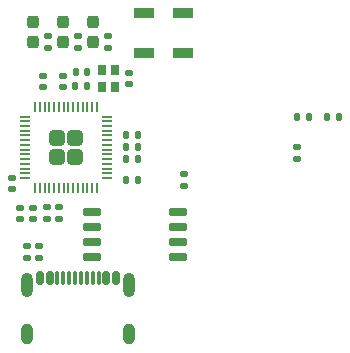
<source format=gbr>
%TF.GenerationSoftware,KiCad,Pcbnew,7.0.11*%
%TF.CreationDate,2025-01-11T04:22:47+09:00*%
%TF.ProjectId,PSU,5053552e-6b69-4636-9164-5f7063625858,rev?*%
%TF.SameCoordinates,Original*%
%TF.FileFunction,Paste,Top*%
%TF.FilePolarity,Positive*%
%FSLAX46Y46*%
G04 Gerber Fmt 4.6, Leading zero omitted, Abs format (unit mm)*
G04 Created by KiCad (PCBNEW 7.0.11) date 2025-01-11 04:22:47*
%MOMM*%
%LPD*%
G01*
G04 APERTURE LIST*
G04 Aperture macros list*
%AMRoundRect*
0 Rectangle with rounded corners*
0 $1 Rounding radius*
0 $2 $3 $4 $5 $6 $7 $8 $9 X,Y pos of 4 corners*
0 Add a 4 corners polygon primitive as box body*
4,1,4,$2,$3,$4,$5,$6,$7,$8,$9,$2,$3,0*
0 Add four circle primitives for the rounded corners*
1,1,$1+$1,$2,$3*
1,1,$1+$1,$4,$5*
1,1,$1+$1,$6,$7*
1,1,$1+$1,$8,$9*
0 Add four rect primitives between the rounded corners*
20,1,$1+$1,$2,$3,$4,$5,0*
20,1,$1+$1,$4,$5,$6,$7,0*
20,1,$1+$1,$6,$7,$8,$9,0*
20,1,$1+$1,$8,$9,$2,$3,0*%
G04 Aperture macros list end*
%ADD10RoundRect,0.150000X-0.150000X-0.425000X0.150000X-0.425000X0.150000X0.425000X-0.150000X0.425000X0*%
%ADD11RoundRect,0.075000X-0.075000X-0.500000X0.075000X-0.500000X0.075000X0.500000X-0.075000X0.500000X0*%
%ADD12O,1.000000X2.100000*%
%ADD13O,1.000000X1.800000*%
%ADD14R,1.700000X0.900000*%
%ADD15R,0.800000X0.900000*%
%ADD16RoundRect,0.140000X-0.170000X0.140000X-0.170000X-0.140000X0.170000X-0.140000X0.170000X0.140000X0*%
%ADD17RoundRect,0.140000X0.140000X0.170000X-0.140000X0.170000X-0.140000X-0.170000X0.140000X-0.170000X0*%
%ADD18RoundRect,0.135000X0.185000X-0.135000X0.185000X0.135000X-0.185000X0.135000X-0.185000X-0.135000X0*%
%ADD19RoundRect,0.135000X-0.135000X-0.185000X0.135000X-0.185000X0.135000X0.185000X-0.135000X0.185000X0*%
%ADD20RoundRect,0.140000X0.170000X-0.140000X0.170000X0.140000X-0.170000X0.140000X-0.170000X-0.140000X0*%
%ADD21RoundRect,0.150000X0.650000X0.150000X-0.650000X0.150000X-0.650000X-0.150000X0.650000X-0.150000X0*%
%ADD22RoundRect,0.237500X-0.237500X0.287500X-0.237500X-0.287500X0.237500X-0.287500X0.237500X0.287500X0*%
%ADD23RoundRect,0.135000X0.135000X0.185000X-0.135000X0.185000X-0.135000X-0.185000X0.135000X-0.185000X0*%
%ADD24RoundRect,0.140000X-0.140000X-0.170000X0.140000X-0.170000X0.140000X0.170000X-0.140000X0.170000X0*%
%ADD25RoundRect,0.135000X-0.185000X0.135000X-0.185000X-0.135000X0.185000X-0.135000X0.185000X0.135000X0*%
%ADD26RoundRect,0.249999X0.395001X0.395001X-0.395001X0.395001X-0.395001X-0.395001X0.395001X-0.395001X0*%
%ADD27RoundRect,0.050000X0.387500X0.050000X-0.387500X0.050000X-0.387500X-0.050000X0.387500X-0.050000X0*%
%ADD28RoundRect,0.050000X0.050000X0.387500X-0.050000X0.387500X-0.050000X-0.387500X0.050000X-0.387500X0*%
G04 APERTURE END LIST*
D10*
%TO.C,J1*%
X139296000Y-112652000D03*
X140096000Y-112652000D03*
D11*
X141246000Y-112652000D03*
X142246000Y-112652000D03*
X142746000Y-112652000D03*
X143746000Y-112652000D03*
D10*
X144896000Y-112652000D03*
X145696000Y-112652000D03*
X145696000Y-112652000D03*
X144896000Y-112652000D03*
D11*
X144246000Y-112652000D03*
X143246000Y-112652000D03*
X141746000Y-112652000D03*
X140746000Y-112652000D03*
D10*
X140096000Y-112652000D03*
X139296000Y-112652000D03*
D12*
X138176000Y-113227000D03*
D13*
X138176000Y-117407000D03*
D12*
X146816000Y-113227000D03*
D13*
X146816000Y-117407000D03*
%TD*%
D14*
%TO.C,SW2*%
X151384000Y-93648000D03*
X151384000Y-90248000D03*
%TD*%
%TO.C,SW1*%
X148082000Y-93648000D03*
X148082000Y-90248000D03*
%TD*%
D15*
%TO.C,Y1*%
X144484000Y-95058000D03*
X144484000Y-96458000D03*
X145584000Y-96458000D03*
X145584000Y-95058000D03*
%TD*%
D16*
%TO.C,C2*%
X139520000Y-95530000D03*
X139520000Y-96490000D03*
%TD*%
D17*
%TO.C,C8*%
X147548000Y-104410000D03*
X146588000Y-104410000D03*
%TD*%
D18*
%TO.C,R12*%
X139826000Y-107696000D03*
X139826000Y-106676000D03*
%TD*%
D19*
%TO.C,R2*%
X142238000Y-96401500D03*
X143258000Y-96401500D03*
%TD*%
D18*
%TO.C,R16*%
X161036000Y-102618000D03*
X161036000Y-101598000D03*
%TD*%
D20*
%TO.C,C7*%
X136906000Y-105156000D03*
X136906000Y-104196000D03*
%TD*%
D16*
%TO.C,C11*%
X137581778Y-106708974D03*
X137581778Y-107668974D03*
%TD*%
%TO.C,C9*%
X141224000Y-95532000D03*
X141224000Y-96492000D03*
%TD*%
D20*
%TO.C,C4*%
X146812000Y-96238000D03*
X146812000Y-95278000D03*
%TD*%
D18*
%TO.C,R10*%
X139192000Y-111000000D03*
X139192000Y-109980000D03*
%TD*%
D17*
%TO.C,C6*%
X147546000Y-100584000D03*
X146586000Y-100584000D03*
%TD*%
D21*
%TO.C,U1*%
X150920000Y-110871000D03*
X150920000Y-109601000D03*
X150920000Y-108331000D03*
X150920000Y-107061000D03*
X143720000Y-107061000D03*
X143720000Y-108331000D03*
X143720000Y-109601000D03*
X143720000Y-110871000D03*
%TD*%
D18*
%TO.C,R4*%
X142494000Y-93218000D03*
X142494000Y-92198000D03*
%TD*%
D22*
%TO.C,D2*%
X141224000Y-90958000D03*
X141224000Y-92708000D03*
%TD*%
D18*
%TO.C,R13*%
X140843000Y-107698000D03*
X140843000Y-106678000D03*
%TD*%
%TO.C,R5*%
X139954000Y-93218000D03*
X139954000Y-92198000D03*
%TD*%
%TO.C,R11*%
X138176000Y-111000000D03*
X138176000Y-109980000D03*
%TD*%
D22*
%TO.C,D1*%
X143764000Y-90958000D03*
X143764000Y-92708000D03*
%TD*%
D19*
%TO.C,R9*%
X146558000Y-102616000D03*
X147578000Y-102616000D03*
%TD*%
D23*
%TO.C,R15*%
X162056000Y-99060000D03*
X161036000Y-99060000D03*
%TD*%
D24*
%TO.C,C5*%
X142296000Y-95250000D03*
X143256000Y-95250000D03*
%TD*%
D25*
%TO.C,R1*%
X151470000Y-104860000D03*
X151470000Y-103840000D03*
%TD*%
D22*
%TO.C,D3*%
X138684000Y-90958000D03*
X138684000Y-92708000D03*
%TD*%
D19*
%TO.C,R14*%
X163574000Y-99060000D03*
X164594000Y-99060000D03*
%TD*%
D26*
%TO.C,U2*%
X142278000Y-102400000D03*
X142278000Y-100800000D03*
X140678000Y-102400000D03*
X140678000Y-100800000D03*
D27*
X144915500Y-104200000D03*
X144915500Y-103800000D03*
X144915500Y-103400000D03*
X144915500Y-103000000D03*
X144915500Y-102600000D03*
X144915500Y-102200000D03*
X144915500Y-101800000D03*
X144915500Y-101400000D03*
X144915500Y-101000000D03*
X144915500Y-100600000D03*
X144915500Y-100200000D03*
X144915500Y-99800000D03*
X144915500Y-99400000D03*
X144915500Y-99000000D03*
D28*
X144078000Y-98162500D03*
X143678000Y-98162500D03*
X143278000Y-98162500D03*
X142878000Y-98162500D03*
X142478000Y-98162500D03*
X142078000Y-98162500D03*
X141678000Y-98162500D03*
X141278000Y-98162500D03*
X140878000Y-98162500D03*
X140478000Y-98162500D03*
X140078000Y-98162500D03*
X139678000Y-98162500D03*
X139278000Y-98162500D03*
X138878000Y-98162500D03*
D27*
X138040500Y-99000000D03*
X138040500Y-99400000D03*
X138040500Y-99800000D03*
X138040500Y-100200000D03*
X138040500Y-100600000D03*
X138040500Y-101000000D03*
X138040500Y-101400000D03*
X138040500Y-101800000D03*
X138040500Y-102200000D03*
X138040500Y-102600000D03*
X138040500Y-103000000D03*
X138040500Y-103400000D03*
X138040500Y-103800000D03*
X138040500Y-104200000D03*
D28*
X138878000Y-105037500D03*
X139278000Y-105037500D03*
X139678000Y-105037500D03*
X140078000Y-105037500D03*
X140478000Y-105037500D03*
X140878000Y-105037500D03*
X141278000Y-105037500D03*
X141678000Y-105037500D03*
X142078000Y-105037500D03*
X142478000Y-105037500D03*
X142878000Y-105037500D03*
X143278000Y-105037500D03*
X143678000Y-105037500D03*
X144078000Y-105037500D03*
%TD*%
D18*
%TO.C,R3*%
X145034000Y-93218000D03*
X145034000Y-92198000D03*
%TD*%
D23*
%TO.C,R8*%
X147576000Y-101600000D03*
X146556000Y-101600000D03*
%TD*%
D20*
%TO.C,C1*%
X138684000Y-107668000D03*
X138684000Y-106708000D03*
%TD*%
M02*

</source>
